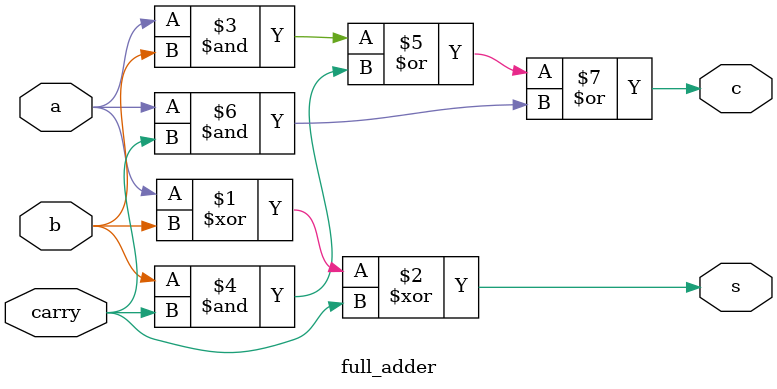
<source format=v>
`timescale 1ns / 1ps


module src(a,b,switc,carry_in,  decimal_place,carry,neg1pos0);
//declare the inputs and outputs of the module with their sizes.
    input [3:0] a,b;
    input carry_in,switc;
    output [3:0] decimal_place;
    output carry,neg1pos0;
    
    //Internal variables
    wire [3:0] comp;
    
    complement_10generator c1(b, switc, comp); 
    
    reg [4:0] sum_temp;
    reg [3:0] sum_;
    reg carry_;  

    //always block for doing the addition
    always @(a,comp,carry_in)
       begin
        sum_temp = a+comp+carry_in; //add all the inputs
        if(sum_temp > 9)    begin
            sum_temp = sum_temp+6; //add 6, if result is more than 9.
            carry_ = 1;  //set the carry output
            sum_[0] = sum_temp[0];   
            sum_[1] = sum_temp[1];    
            sum_[2] = sum_temp[2];    
            sum_[3] = sum_temp[3];     
          end
        else    begin
            carry_ = 0;
            sum_[0] = sum_temp[0];   
            sum_[1] = sum_temp[1];    
            sum_[2] = sum_temp[2];    
            sum_[3] = sum_temp[3];
          end
    end    
    
//    wire logi;
    assign neg1pos0 = switc & ~(carry_); 
    assign carry = switc ? 0 : carry_;
//    assign carry = neg1pos0 ? 0 : ccarryarry_; //using carry as a sign bit

    complement_10generator c2(sum_, neg1pos0, decimal_place); 
    
endmodule


module complement_10generator(B, M, X);
  input [3:0]B;
  input M;
  output [3:0]X;
  wire [3:0] x;
//  wire [3:0] c;
  //assign x[3] = B[3]&~M |  (~B[3]&~B[2]&~B[1]&M);
  //assign x[2] = B[2]&~M |  (~B[2]&B[1] + B[2]&~B[1])&M;
  //assign x[1] = B[1];
  //assign x[0] = B[0]&~M | ~B[0]&M;
  wire w1,w2,w3,w4,w5,w6,w7,w8,w9;
  xor (x[0],B[0],M);
  assign x[1]=B[1];
  xor (w5,B[1],B[2]);
  and(w9,w5,M);
  not (w1,M);
  and (w6,B[2],w1);
  or (x[2],w9,w6);
  not (w2,B[1]);
  not (w3,B[2]);
  not (w4,B[3]);
  and (w8,M,w2,w3,w4);
  and (w7,B[3],w1);
  or (x[3],w8,w7);
  
//  assign c= 4'b0001;
//  wire ca;
//  assign X= x;

  wire ca;
  bit_adder b1(x,0 , M,  X,ca );
endmodule

module bit_adder(A, B, c_in,  S, cout);
    input [3:0] A,B;
    input c_in;
    output [3:0] S;
    output cout;

    wire c1,c2,c3;

    full_adder F1(A[0],B[0],c_in,S[0],c1);
    full_adder F2(A[1],B[1],c1,S[1],c2);
    full_adder F3(A[2],B[2],c2,S[2],c3);
    full_adder F4(A[3],B[3],c3,S[3],cout);

endmodule

module full_adder(a, b, carry,  s,c );
    input a,b,carry;
    output s,c;
    assign s = a^b^carry;
    assign c = (a&b) | (b&carry) | (a&carry);
endmodule



</source>
